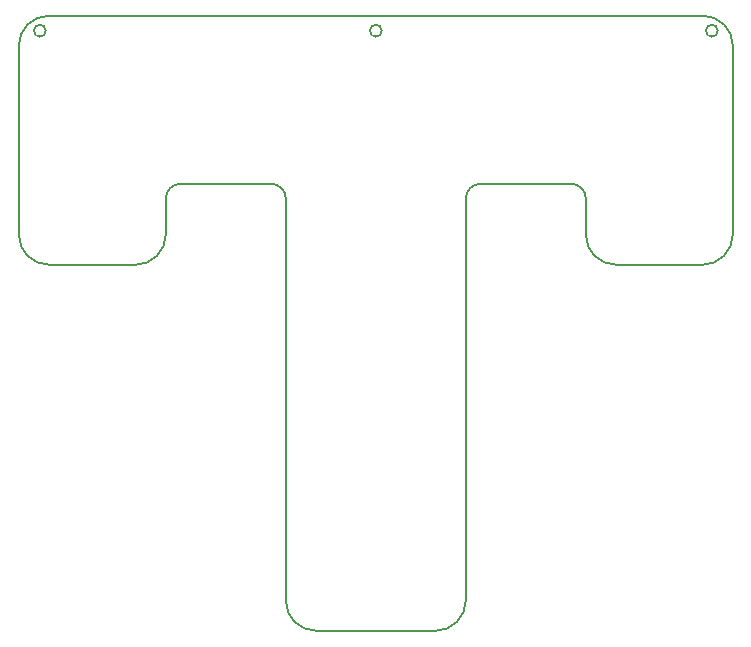
<source format=gbr>
G04 #@! TF.FileFunction,Profile,NP*
%FSLAX46Y46*%
G04 Gerber Fmt 4.6, Leading zero omitted, Abs format (unit mm)*
G04 Created by KiCad (PCBNEW 4.0.7-e2-6376~61~ubuntu18.04.1) date Thu Jan 17 03:08:45 2019*
%MOMM*%
%LPD*%
G01*
G04 APERTURE LIST*
%ADD10C,0.100000*%
%ADD11C,0.150000*%
G04 APERTURE END LIST*
D10*
D11*
X138430000Y-78740000D02*
X138430000Y-111506000D01*
X153670000Y-111506000D02*
X153670000Y-77470000D01*
X146558000Y-63246000D02*
G75*
G03X146558000Y-63246000I-508000J0D01*
G01*
X175006000Y-63246000D02*
G75*
G03X175006000Y-63246000I-508000J0D01*
G01*
X118110000Y-63246000D02*
G75*
G03X118110000Y-63246000I-508000J0D01*
G01*
X118364000Y-83058000D02*
X120650000Y-83058000D01*
X120650000Y-61976000D02*
X118364000Y-61976000D01*
X171450000Y-61976000D02*
X173736000Y-61976000D01*
X171450000Y-83058000D02*
X173736000Y-83058000D01*
X115824000Y-80518000D02*
X115824000Y-64516000D01*
X128270000Y-80518000D02*
X128270000Y-78740000D01*
X176276000Y-80518000D02*
X176276000Y-67056000D01*
X163830000Y-78740000D02*
X163830000Y-80518000D01*
X176276000Y-64516000D02*
X176276000Y-67056000D01*
X176276000Y-64516000D02*
G75*
G03X173736000Y-61976000I-2540000J0D01*
G01*
X128270000Y-77470000D02*
X128270000Y-78740000D01*
X129540000Y-76200000D02*
X130810000Y-76200000D01*
X161290000Y-76200000D02*
X162560000Y-76200000D01*
X163830000Y-78740000D02*
X163830000Y-77470000D01*
X163830000Y-77470000D02*
G75*
G03X162560000Y-76200000I-1270000J0D01*
G01*
X129540000Y-76200000D02*
G75*
G03X128270000Y-77470000I0J-1270000D01*
G01*
X166370000Y-83058000D02*
X171450000Y-83058000D01*
X173736000Y-83058000D02*
G75*
G03X176276000Y-80518000I0J2540000D01*
G01*
X163830000Y-80518000D02*
G75*
G03X166370000Y-83058000I2540000J0D01*
G01*
X151130000Y-114046000D02*
G75*
G03X153670000Y-111506000I0J2540000D01*
G01*
X138430000Y-111506000D02*
G75*
G03X140970000Y-114046000I2540000J0D01*
G01*
X154940000Y-76200000D02*
G75*
G03X153670000Y-77470000I0J-1270000D01*
G01*
X138430000Y-77470000D02*
G75*
G03X137160000Y-76200000I-1270000J0D01*
G01*
X125730000Y-83058000D02*
G75*
G03X128270000Y-80518000I0J2540000D01*
G01*
X115824000Y-80518000D02*
G75*
G03X118364000Y-83058000I2540000J0D01*
G01*
X118364000Y-61976000D02*
G75*
G03X115824000Y-64516000I0J-2540000D01*
G01*
X125730000Y-83058000D02*
X120650000Y-83058000D01*
X138430000Y-77470000D02*
X138430000Y-78740000D01*
X130810000Y-76200000D02*
X137160000Y-76200000D01*
X151130000Y-114046000D02*
X140970000Y-114046000D01*
X154940000Y-76200000D02*
X161290000Y-76200000D01*
X120650000Y-61976000D02*
X171450000Y-61976000D01*
M02*

</source>
